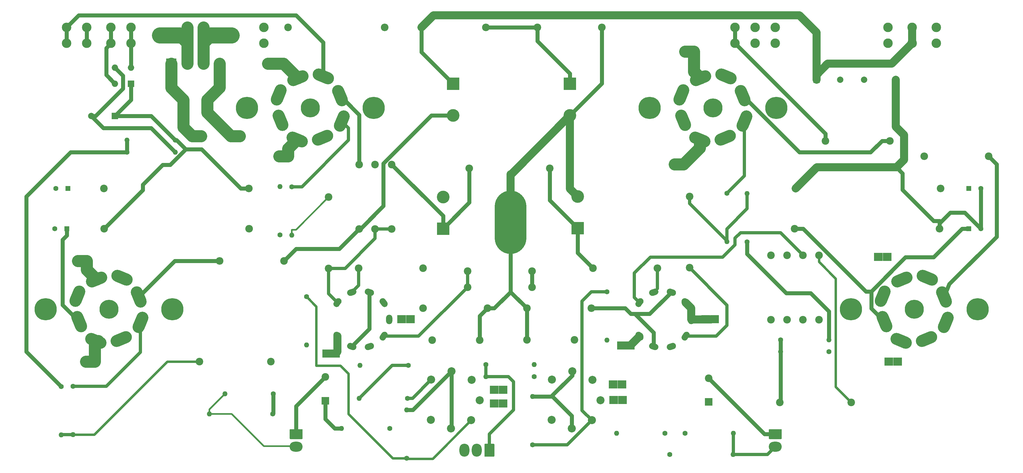
<source format=gbr>
G04 #@! TF.GenerationSoftware,KiCad,Pcbnew,(5.1.6)-1*
G04 #@! TF.CreationDate,2020-09-30T13:51:41+01:00*
G04 #@! TF.ProjectId,KIT88A,4b495438-3841-42e6-9b69-6361645f7063,rev?*
G04 #@! TF.SameCoordinates,Original*
G04 #@! TF.FileFunction,Copper,L2,Bot*
G04 #@! TF.FilePolarity,Positive*
%FSLAX46Y46*%
G04 Gerber Fmt 4.6, Leading zero omitted, Abs format (unit mm)*
G04 Created by KiCad (PCBNEW (5.1.6)-1) date 2020-09-30 13:51:41*
%MOMM*%
%LPD*%
G01*
G04 APERTURE LIST*
G04 #@! TA.AperFunction,ComponentPad*
%ADD10C,2.500000*%
G04 #@! TD*
G04 #@! TA.AperFunction,ComponentPad*
%ADD11O,10.000000X20.000000*%
G04 #@! TD*
G04 #@! TA.AperFunction,ComponentPad*
%ADD12R,2.800000X2.600000*%
G04 #@! TD*
G04 #@! TA.AperFunction,ComponentPad*
%ADD13C,2.400000*%
G04 #@! TD*
G04 #@! TA.AperFunction,ComponentPad*
%ADD14O,2.400000X2.400000*%
G04 #@! TD*
G04 #@! TA.AperFunction,ComponentPad*
%ADD15O,2.000000X3.000000*%
G04 #@! TD*
G04 #@! TA.AperFunction,ComponentPad*
%ADD16C,3.000000*%
G04 #@! TD*
G04 #@! TA.AperFunction,ComponentPad*
%ADD17C,2.540000*%
G04 #@! TD*
G04 #@! TA.AperFunction,ComponentPad*
%ADD18C,7.000000*%
G04 #@! TD*
G04 #@! TA.AperFunction,ComponentPad*
%ADD19C,6.000000*%
G04 #@! TD*
G04 #@! TA.AperFunction,ComponentPad*
%ADD20C,4.000000*%
G04 #@! TD*
G04 #@! TA.AperFunction,ComponentPad*
%ADD21R,4.000000X4.000000*%
G04 #@! TD*
G04 #@! TA.AperFunction,ComponentPad*
%ADD22R,2.400000X2.400000*%
G04 #@! TD*
G04 #@! TA.AperFunction,ComponentPad*
%ADD23R,2.000000X2.000000*%
G04 #@! TD*
G04 #@! TA.AperFunction,ComponentPad*
%ADD24C,2.000000*%
G04 #@! TD*
G04 #@! TA.AperFunction,ComponentPad*
%ADD25R,1.600000X1.600000*%
G04 #@! TD*
G04 #@! TA.AperFunction,ComponentPad*
%ADD26C,1.600000*%
G04 #@! TD*
G04 #@! TA.AperFunction,ComponentPad*
%ADD27O,1.600000X1.600000*%
G04 #@! TD*
G04 #@! TA.AperFunction,ComponentPad*
%ADD28O,4.100000X3.160000*%
G04 #@! TD*
G04 #@! TA.AperFunction,ComponentPad*
%ADD29O,3.160000X4.100000*%
G04 #@! TD*
G04 #@! TA.AperFunction,ComponentPad*
%ADD30O,2.000000X2.000000*%
G04 #@! TD*
G04 #@! TA.AperFunction,ComponentPad*
%ADD31C,3.200001*%
G04 #@! TD*
G04 #@! TA.AperFunction,ComponentPad*
%ADD32C,3.200000*%
G04 #@! TD*
G04 #@! TA.AperFunction,ComponentPad*
%ADD33R,3.200000X3.200000*%
G04 #@! TD*
G04 #@! TA.AperFunction,Conductor*
%ADD34C,1.270000*%
G04 #@! TD*
G04 #@! TA.AperFunction,Conductor*
%ADD35C,2.540000*%
G04 #@! TD*
G04 #@! TA.AperFunction,Conductor*
%ADD36C,3.810000*%
G04 #@! TD*
G04 #@! TA.AperFunction,Conductor*
%ADD37C,5.080000*%
G04 #@! TD*
G04 #@! TA.AperFunction,Conductor*
%ADD38C,1.016000*%
G04 #@! TD*
G04 #@! TA.AperFunction,Conductor*
%ADD39C,0.508000*%
G04 #@! TD*
G04 #@! TA.AperFunction,Conductor*
%ADD40C,0.762000*%
G04 #@! TD*
G04 APERTURE END LIST*
D10*
X174295000Y-171704000D03*
X174295000Y-168910000D03*
D11*
X174295000Y-163068000D03*
D10*
X174295000Y-165862000D03*
X174295000Y-160274000D03*
X174295000Y-157480000D03*
X174295000Y-154686000D03*
D12*
X232156000Y-109220000D03*
X229362000Y-109220000D03*
X101346000Y-142240000D03*
X104140000Y-142240000D03*
X100584000Y-113030000D03*
X97790000Y-113030000D03*
X226060000Y-144780000D03*
X228854000Y-144780000D03*
X40386000Y-207010000D03*
X43180000Y-207010000D03*
X40640000Y-175260000D03*
X37846000Y-175260000D03*
X293624000Y-207010000D03*
X296418000Y-207010000D03*
X293116000Y-173990000D03*
X290322000Y-173990000D03*
X119126000Y-204470000D03*
X116332000Y-204470000D03*
X139929000Y-193650000D03*
X142723000Y-193650000D03*
X209296000Y-201930000D03*
X212090000Y-201930000D03*
X235839000Y-193650000D03*
X238633000Y-193650000D03*
X206794000Y-219100000D03*
X209588000Y-219100000D03*
X206616000Y-214211000D03*
X209410000Y-214211000D03*
X73914000Y-135890000D03*
X76708000Y-135890000D03*
X86106000Y-135890000D03*
X88900000Y-135890000D03*
X169100000Y-220167000D03*
X171894000Y-220167000D03*
X169100000Y-215900000D03*
X171894000Y-215900000D03*
D13*
X104127000Y-101600000D03*
D14*
X134607000Y-101600000D03*
G04 #@! TA.AperFunction,ComponentPad*
G36*
G01*
X120822910Y-188568277D02*
X120235124Y-189377293D01*
G75*
G02*
X118838322Y-189598525I-809017J587785D01*
G01*
X118838322Y-189598525D01*
G75*
G02*
X118617090Y-188201723I587785J809017D01*
G01*
X119204876Y-187392707D01*
G75*
G02*
X120601678Y-187171475I809017J-587785D01*
G01*
X120601678Y-187171475D01*
G75*
G02*
X120822910Y-188568277I-587785J-809017D01*
G01*
G37*
G04 #@! TD.AperFunction*
G04 #@! TA.AperFunction,ComponentPad*
G36*
G01*
X125004545Y-185911548D02*
X124053489Y-186220565D01*
G75*
G02*
X122793415Y-185578525I-309017J951057D01*
G01*
X122793415Y-185578525D01*
G75*
G02*
X123435455Y-184318451I951057J309017D01*
G01*
X124386511Y-184009435D01*
G75*
G02*
X125646585Y-184651475I309017J-951057D01*
G01*
X125646585Y-184651475D01*
G75*
G02*
X125004545Y-185911549I-951057J-309017D01*
G01*
G37*
G04 #@! TD.AperFunction*
G04 #@! TA.AperFunction,ComponentPad*
G36*
G01*
X129946511Y-186220565D02*
X128995455Y-185911549D01*
G75*
G02*
X128353415Y-184651475I309017J951057D01*
G01*
X128353415Y-184651475D01*
G75*
G02*
X129613489Y-184009435I951057J-309017D01*
G01*
X130564545Y-184318451D01*
G75*
G02*
X131206585Y-185578525I-309017J-951057D01*
G01*
X131206585Y-185578525D01*
G75*
G02*
X129946511Y-186220565I-951057J309017D01*
G01*
G37*
G04 #@! TD.AperFunction*
G04 #@! TA.AperFunction,ComponentPad*
G36*
G01*
X133764876Y-189377294D02*
X133177090Y-188568277D01*
G75*
G02*
X133398322Y-187171475I809017J587785D01*
G01*
X133398322Y-187171475D01*
G75*
G02*
X134795124Y-187392707I587785J-809017D01*
G01*
X135382910Y-188201723D01*
G75*
G02*
X135161678Y-189598525I-809017J-587785D01*
G01*
X135161678Y-189598525D01*
G75*
G02*
X133764876Y-189377293I-587785J809017D01*
G01*
G37*
G04 #@! TD.AperFunction*
D15*
X136000000Y-193675000D03*
G04 #@! TA.AperFunction,ComponentPad*
G36*
G01*
X135382910Y-199148277D02*
X134795124Y-199957293D01*
G75*
G02*
X133398322Y-200178525I-809017J587785D01*
G01*
X133398322Y-200178525D01*
G75*
G02*
X133177090Y-198781723I587785J809017D01*
G01*
X133764876Y-197972707D01*
G75*
G02*
X135161678Y-197751475I809017J-587785D01*
G01*
X135161678Y-197751475D01*
G75*
G02*
X135382910Y-199148277I-587785J-809017D01*
G01*
G37*
G04 #@! TD.AperFunction*
G04 #@! TA.AperFunction,ComponentPad*
G36*
G01*
X130564545Y-203031548D02*
X129613489Y-203340565D01*
G75*
G02*
X128353415Y-202698525I-309017J951057D01*
G01*
X128353415Y-202698525D01*
G75*
G02*
X128995455Y-201438451I951057J309017D01*
G01*
X129946511Y-201129435D01*
G75*
G02*
X131206585Y-201771475I309017J-951057D01*
G01*
X131206585Y-201771475D01*
G75*
G02*
X130564545Y-203031549I-951057J-309017D01*
G01*
G37*
G04 #@! TD.AperFunction*
G04 #@! TA.AperFunction,ComponentPad*
G36*
G01*
X124386511Y-203340565D02*
X123435455Y-203031549D01*
G75*
G02*
X122793415Y-201771475I309017J951057D01*
G01*
X122793415Y-201771475D01*
G75*
G02*
X124053489Y-201129435I951057J-309017D01*
G01*
X125004545Y-201438451D01*
G75*
G02*
X125646585Y-202698525I-309017J-951057D01*
G01*
X125646585Y-202698525D01*
G75*
G02*
X124386511Y-203340565I-951057J309017D01*
G01*
G37*
G04 #@! TD.AperFunction*
G04 #@! TA.AperFunction,ComponentPad*
G36*
G01*
X119204876Y-199957294D02*
X118617090Y-199148277D01*
G75*
G02*
X118838322Y-197751475I809017J587785D01*
G01*
X118838322Y-197751475D01*
G75*
G02*
X120235124Y-197972707I587785J-809017D01*
G01*
X120822910Y-198781723D01*
G75*
G02*
X120601678Y-200178525I-809017J-587785D01*
G01*
X120601678Y-200178525D01*
G75*
G02*
X119204876Y-199957293I-587785J809017D01*
G01*
G37*
G04 #@! TD.AperFunction*
D16*
X257810000Y-106600000D03*
X257810000Y-101600000D03*
X308610000Y-106600000D03*
X308610000Y-101600000D03*
X40640000Y-106600000D03*
X40640000Y-101600000D03*
X48260000Y-106600000D03*
X48260000Y-101600000D03*
X34290000Y-106600000D03*
X34290000Y-101600000D03*
X96520000Y-106600000D03*
X96520000Y-101600000D03*
X300990000Y-106600000D03*
X300990000Y-101600000D03*
X245110000Y-106600000D03*
X245110000Y-101600000D03*
X251460000Y-106600000D03*
X251460000Y-101600000D03*
X293370000Y-106600000D03*
X293370000Y-101600000D03*
X54610000Y-106600000D03*
X54610000Y-101600000D03*
D17*
X149158749Y-225377493D03*
X155498468Y-228068545D03*
X161877493Y-225491251D03*
X164568545Y-219151532D03*
X161991251Y-212772507D03*
X155651532Y-210081455D03*
X149272507Y-212658749D03*
X187258749Y-225377493D03*
X193598468Y-228068545D03*
X199977493Y-225491251D03*
X202668545Y-219151532D03*
X200091251Y-212772507D03*
X193751532Y-210081455D03*
X187372507Y-212658749D03*
G04 #@! TA.AperFunction,ComponentPad*
G36*
G01*
X216072910Y-188568277D02*
X215485124Y-189377293D01*
G75*
G02*
X214088322Y-189598525I-809017J587785D01*
G01*
X214088322Y-189598525D01*
G75*
G02*
X213867090Y-188201723I587785J809017D01*
G01*
X214454876Y-187392707D01*
G75*
G02*
X215851678Y-187171475I809017J-587785D01*
G01*
X215851678Y-187171475D01*
G75*
G02*
X216072910Y-188568277I-587785J-809017D01*
G01*
G37*
G04 #@! TD.AperFunction*
G04 #@! TA.AperFunction,ComponentPad*
G36*
G01*
X220254545Y-185911548D02*
X219303489Y-186220565D01*
G75*
G02*
X218043415Y-185578525I-309017J951057D01*
G01*
X218043415Y-185578525D01*
G75*
G02*
X218685455Y-184318451I951057J309017D01*
G01*
X219636511Y-184009435D01*
G75*
G02*
X220896585Y-184651475I309017J-951057D01*
G01*
X220896585Y-184651475D01*
G75*
G02*
X220254545Y-185911549I-951057J-309017D01*
G01*
G37*
G04 #@! TD.AperFunction*
G04 #@! TA.AperFunction,ComponentPad*
G36*
G01*
X225196511Y-186220565D02*
X224245455Y-185911549D01*
G75*
G02*
X223603415Y-184651475I309017J951057D01*
G01*
X223603415Y-184651475D01*
G75*
G02*
X224863489Y-184009435I951057J-309017D01*
G01*
X225814545Y-184318451D01*
G75*
G02*
X226456585Y-185578525I-309017J-951057D01*
G01*
X226456585Y-185578525D01*
G75*
G02*
X225196511Y-186220565I-951057J309017D01*
G01*
G37*
G04 #@! TD.AperFunction*
G04 #@! TA.AperFunction,ComponentPad*
G36*
G01*
X229014876Y-189377294D02*
X228427090Y-188568277D01*
G75*
G02*
X228648322Y-187171475I809017J587785D01*
G01*
X228648322Y-187171475D01*
G75*
G02*
X230045124Y-187392707I587785J-809017D01*
G01*
X230632910Y-188201723D01*
G75*
G02*
X230411678Y-189598525I-809017J-587785D01*
G01*
X230411678Y-189598525D01*
G75*
G02*
X229014876Y-189377293I-587785J809017D01*
G01*
G37*
G04 #@! TD.AperFunction*
D15*
X231250000Y-193675000D03*
G04 #@! TA.AperFunction,ComponentPad*
G36*
G01*
X230632910Y-199148277D02*
X230045124Y-199957293D01*
G75*
G02*
X228648322Y-200178525I-809017J587785D01*
G01*
X228648322Y-200178525D01*
G75*
G02*
X228427090Y-198781723I587785J809017D01*
G01*
X229014876Y-197972707D01*
G75*
G02*
X230411678Y-197751475I809017J-587785D01*
G01*
X230411678Y-197751475D01*
G75*
G02*
X230632910Y-199148277I-587785J-809017D01*
G01*
G37*
G04 #@! TD.AperFunction*
G04 #@! TA.AperFunction,ComponentPad*
G36*
G01*
X225814545Y-203031548D02*
X224863489Y-203340565D01*
G75*
G02*
X223603415Y-202698525I-309017J951057D01*
G01*
X223603415Y-202698525D01*
G75*
G02*
X224245455Y-201438451I951057J309017D01*
G01*
X225196511Y-201129435D01*
G75*
G02*
X226456585Y-201771475I309017J-951057D01*
G01*
X226456585Y-201771475D01*
G75*
G02*
X225814545Y-203031549I-951057J-309017D01*
G01*
G37*
G04 #@! TD.AperFunction*
G04 #@! TA.AperFunction,ComponentPad*
G36*
G01*
X219636511Y-203340565D02*
X218685455Y-203031549D01*
G75*
G02*
X218043415Y-201771475I309017J951057D01*
G01*
X218043415Y-201771475D01*
G75*
G02*
X219303489Y-201129435I951057J-309017D01*
G01*
X220254545Y-201438451D01*
G75*
G02*
X220896585Y-202698525I-309017J-951057D01*
G01*
X220896585Y-202698525D01*
G75*
G02*
X219636511Y-203340565I-951057J309017D01*
G01*
G37*
G04 #@! TD.AperFunction*
G04 #@! TA.AperFunction,ComponentPad*
G36*
G01*
X214454876Y-199957294D02*
X213867090Y-199148277D01*
G75*
G02*
X214088322Y-197751475I809017J587785D01*
G01*
X214088322Y-197751475D01*
G75*
G02*
X215485124Y-197972707I587785J-809017D01*
G01*
X216072910Y-198781723D01*
G75*
G02*
X215851678Y-200178525I-809017J-587785D01*
G01*
X215851678Y-200178525D01*
G75*
G02*
X214454876Y-199957293I-587785J809017D01*
G01*
G37*
G04 #@! TD.AperFunction*
D18*
X258125000Y-127000000D03*
X218125000Y-127000000D03*
D19*
X238125000Y-127000000D03*
G04 #@! TA.AperFunction,ComponentPad*
G36*
G01*
X230077776Y-134121642D02*
X230077776Y-134121642D01*
G75*
G02*
X227595306Y-133093370I-727099J1755371D01*
G01*
X226370720Y-130136956D01*
G75*
G02*
X227398992Y-127654486I1755371J727099D01*
G01*
X227398992Y-127654486D01*
G75*
G02*
X229881462Y-128682758I727099J-1755371D01*
G01*
X231106048Y-131639172D01*
G75*
G02*
X230077776Y-134121642I-1755371J-727099D01*
G01*
G37*
G04 #@! TD.AperFunction*
G04 #@! TA.AperFunction,ComponentPad*
G36*
G01*
X237234664Y-138295402D02*
X237234664Y-138295402D01*
G75*
G02*
X234752194Y-139323674I-1755371J727099D01*
G01*
X231795780Y-138099088D01*
G75*
G02*
X230767508Y-135616618I727099J1755371D01*
G01*
X230767508Y-135616618D01*
G75*
G02*
X233249978Y-134588346I1755371J-727099D01*
G01*
X236206392Y-135812932D01*
G75*
G02*
X237234664Y-138295402I-727099J-1755371D01*
G01*
G37*
G04 #@! TD.AperFunction*
G04 #@! TA.AperFunction,ComponentPad*
G36*
G01*
X238779486Y-137726008D02*
X238779486Y-137726008D01*
G75*
G02*
X239807758Y-135243538I1755371J727099D01*
G01*
X242764172Y-134018952D01*
G75*
G02*
X245246642Y-135047224I727099J-1755371D01*
G01*
X245246642Y-135047224D01*
G75*
G02*
X244218370Y-137529694I-1755371J-727099D01*
G01*
X241261956Y-138754280D01*
G75*
G02*
X238779486Y-137726008I-727099J1755371D01*
G01*
G37*
G04 #@! TD.AperFunction*
G04 #@! TA.AperFunction,ComponentPad*
G36*
G01*
X246741618Y-134357492D02*
X246741618Y-134357492D01*
G75*
G02*
X245713346Y-131875022I727099J1755371D01*
G01*
X246937932Y-128918608D01*
G75*
G02*
X249420402Y-127890336I1755371J-727099D01*
G01*
X249420402Y-127890336D01*
G75*
G02*
X250448674Y-130372806I-727099J-1755371D01*
G01*
X249224088Y-133329220D01*
G75*
G02*
X246741618Y-134357492I-1755371J727099D01*
G01*
G37*
G04 #@! TD.AperFunction*
G04 #@! TA.AperFunction,ComponentPad*
G36*
G01*
X248851008Y-126345514D02*
X248851008Y-126345514D01*
G75*
G02*
X246368538Y-125317242I-727099J1755371D01*
G01*
X245143952Y-122360828D01*
G75*
G02*
X246172224Y-119878358I1755371J727099D01*
G01*
X246172224Y-119878358D01*
G75*
G02*
X248654694Y-120906630I727099J-1755371D01*
G01*
X249879280Y-123863044D01*
G75*
G02*
X248851008Y-126345514I-1755371J-727099D01*
G01*
G37*
G04 #@! TD.AperFunction*
G04 #@! TA.AperFunction,ComponentPad*
G36*
G01*
X239015336Y-115704598D02*
X239015336Y-115704598D01*
G75*
G02*
X241497806Y-114676326I1755371J-727099D01*
G01*
X244454220Y-115900912D01*
G75*
G02*
X245482492Y-118383382I-727099J-1755371D01*
G01*
X245482492Y-118383382D01*
G75*
G02*
X243000022Y-119411654I-1755371J727099D01*
G01*
X240043608Y-118187068D01*
G75*
G02*
X239015336Y-115704598I727099J1755371D01*
G01*
G37*
G04 #@! TD.AperFunction*
G04 #@! TA.AperFunction,ComponentPad*
G36*
G01*
X237470514Y-116273992D02*
X237470514Y-116273992D01*
G75*
G02*
X236442242Y-118756462I-1755371J-727099D01*
G01*
X233485828Y-119981048D01*
G75*
G02*
X231003358Y-118952776I-727099J1755371D01*
G01*
X231003358Y-118952776D01*
G75*
G02*
X232031630Y-116470306I1755371J727099D01*
G01*
X234988044Y-115245720D01*
G75*
G02*
X237470514Y-116273992I727099J-1755371D01*
G01*
G37*
G04 #@! TD.AperFunction*
G04 #@! TA.AperFunction,ComponentPad*
G36*
G01*
X226829598Y-126109664D02*
X226829598Y-126109664D01*
G75*
G02*
X225801326Y-123627194I727099J1755371D01*
G01*
X227025912Y-120670780D01*
G75*
G02*
X229508382Y-119642508I1755371J-727099D01*
G01*
X229508382Y-119642508D01*
G75*
G02*
X230536654Y-122124978I-727099J-1755371D01*
G01*
X229312068Y-125081392D01*
G75*
G02*
X226829598Y-126109664I-1755371J727099D01*
G01*
G37*
G04 #@! TD.AperFunction*
D18*
X321625000Y-190500000D03*
X281625000Y-190500000D03*
D19*
X301625000Y-190500000D03*
G04 #@! TA.AperFunction,ComponentPad*
G36*
G01*
X293577776Y-197621642D02*
X293577776Y-197621642D01*
G75*
G02*
X291095306Y-196593370I-727099J1755371D01*
G01*
X289870720Y-193636956D01*
G75*
G02*
X290898992Y-191154486I1755371J727099D01*
G01*
X290898992Y-191154486D01*
G75*
G02*
X293381462Y-192182758I727099J-1755371D01*
G01*
X294606048Y-195139172D01*
G75*
G02*
X293577776Y-197621642I-1755371J-727099D01*
G01*
G37*
G04 #@! TD.AperFunction*
G04 #@! TA.AperFunction,ComponentPad*
G36*
G01*
X300734664Y-201795402D02*
X300734664Y-201795402D01*
G75*
G02*
X298252194Y-202823674I-1755371J727099D01*
G01*
X295295780Y-201599088D01*
G75*
G02*
X294267508Y-199116618I727099J1755371D01*
G01*
X294267508Y-199116618D01*
G75*
G02*
X296749978Y-198088346I1755371J-727099D01*
G01*
X299706392Y-199312932D01*
G75*
G02*
X300734664Y-201795402I-727099J-1755371D01*
G01*
G37*
G04 #@! TD.AperFunction*
G04 #@! TA.AperFunction,ComponentPad*
G36*
G01*
X302279486Y-201226008D02*
X302279486Y-201226008D01*
G75*
G02*
X303307758Y-198743538I1755371J727099D01*
G01*
X306264172Y-197518952D01*
G75*
G02*
X308746642Y-198547224I727099J-1755371D01*
G01*
X308746642Y-198547224D01*
G75*
G02*
X307718370Y-201029694I-1755371J-727099D01*
G01*
X304761956Y-202254280D01*
G75*
G02*
X302279486Y-201226008I-727099J1755371D01*
G01*
G37*
G04 #@! TD.AperFunction*
G04 #@! TA.AperFunction,ComponentPad*
G36*
G01*
X310241618Y-197857492D02*
X310241618Y-197857492D01*
G75*
G02*
X309213346Y-195375022I727099J1755371D01*
G01*
X310437932Y-192418608D01*
G75*
G02*
X312920402Y-191390336I1755371J-727099D01*
G01*
X312920402Y-191390336D01*
G75*
G02*
X313948674Y-193872806I-727099J-1755371D01*
G01*
X312724088Y-196829220D01*
G75*
G02*
X310241618Y-197857492I-1755371J727099D01*
G01*
G37*
G04 #@! TD.AperFunction*
G04 #@! TA.AperFunction,ComponentPad*
G36*
G01*
X312351008Y-189845514D02*
X312351008Y-189845514D01*
G75*
G02*
X309868538Y-188817242I-727099J1755371D01*
G01*
X308643952Y-185860828D01*
G75*
G02*
X309672224Y-183378358I1755371J727099D01*
G01*
X309672224Y-183378358D01*
G75*
G02*
X312154694Y-184406630I727099J-1755371D01*
G01*
X313379280Y-187363044D01*
G75*
G02*
X312351008Y-189845514I-1755371J-727099D01*
G01*
G37*
G04 #@! TD.AperFunction*
G04 #@! TA.AperFunction,ComponentPad*
G36*
G01*
X302515336Y-179204598D02*
X302515336Y-179204598D01*
G75*
G02*
X304997806Y-178176326I1755371J-727099D01*
G01*
X307954220Y-179400912D01*
G75*
G02*
X308982492Y-181883382I-727099J-1755371D01*
G01*
X308982492Y-181883382D01*
G75*
G02*
X306500022Y-182911654I-1755371J727099D01*
G01*
X303543608Y-181687068D01*
G75*
G02*
X302515336Y-179204598I727099J1755371D01*
G01*
G37*
G04 #@! TD.AperFunction*
G04 #@! TA.AperFunction,ComponentPad*
G36*
G01*
X300970514Y-179773992D02*
X300970514Y-179773992D01*
G75*
G02*
X299942242Y-182256462I-1755371J-727099D01*
G01*
X296985828Y-183481048D01*
G75*
G02*
X294503358Y-182452776I-727099J1755371D01*
G01*
X294503358Y-182452776D01*
G75*
G02*
X295531630Y-179970306I1755371J727099D01*
G01*
X298488044Y-178745720D01*
G75*
G02*
X300970514Y-179773992I727099J-1755371D01*
G01*
G37*
G04 #@! TD.AperFunction*
G04 #@! TA.AperFunction,ComponentPad*
G36*
G01*
X290329598Y-189609664D02*
X290329598Y-189609664D01*
G75*
G02*
X289301326Y-187127194I727099J1755371D01*
G01*
X290525912Y-184170780D01*
G75*
G02*
X293008382Y-183142508I1755371J-727099D01*
G01*
X293008382Y-183142508D01*
G75*
G02*
X294036654Y-185624978I-727099J-1755371D01*
G01*
X292812068Y-188581392D01*
G75*
G02*
X290329598Y-189609664I-1755371J727099D01*
G01*
G37*
G04 #@! TD.AperFunction*
D18*
X131125000Y-127000000D03*
X91125000Y-127000000D03*
D19*
X111125000Y-127000000D03*
G04 #@! TA.AperFunction,ComponentPad*
G36*
G01*
X103077776Y-134121642D02*
X103077776Y-134121642D01*
G75*
G02*
X100595306Y-133093370I-727099J1755371D01*
G01*
X99370720Y-130136956D01*
G75*
G02*
X100398992Y-127654486I1755371J727099D01*
G01*
X100398992Y-127654486D01*
G75*
G02*
X102881462Y-128682758I727099J-1755371D01*
G01*
X104106048Y-131639172D01*
G75*
G02*
X103077776Y-134121642I-1755371J-727099D01*
G01*
G37*
G04 #@! TD.AperFunction*
G04 #@! TA.AperFunction,ComponentPad*
G36*
G01*
X110234664Y-138295402D02*
X110234664Y-138295402D01*
G75*
G02*
X107752194Y-139323674I-1755371J727099D01*
G01*
X104795780Y-138099088D01*
G75*
G02*
X103767508Y-135616618I727099J1755371D01*
G01*
X103767508Y-135616618D01*
G75*
G02*
X106249978Y-134588346I1755371J-727099D01*
G01*
X109206392Y-135812932D01*
G75*
G02*
X110234664Y-138295402I-727099J-1755371D01*
G01*
G37*
G04 #@! TD.AperFunction*
G04 #@! TA.AperFunction,ComponentPad*
G36*
G01*
X111779486Y-137726008D02*
X111779486Y-137726008D01*
G75*
G02*
X112807758Y-135243538I1755371J727099D01*
G01*
X115764172Y-134018952D01*
G75*
G02*
X118246642Y-135047224I727099J-1755371D01*
G01*
X118246642Y-135047224D01*
G75*
G02*
X117218370Y-137529694I-1755371J-727099D01*
G01*
X114261956Y-138754280D01*
G75*
G02*
X111779486Y-137726008I-727099J1755371D01*
G01*
G37*
G04 #@! TD.AperFunction*
G04 #@! TA.AperFunction,ComponentPad*
G36*
G01*
X119741618Y-134357492D02*
X119741618Y-134357492D01*
G75*
G02*
X118713346Y-131875022I727099J1755371D01*
G01*
X119937932Y-128918608D01*
G75*
G02*
X122420402Y-127890336I1755371J-727099D01*
G01*
X122420402Y-127890336D01*
G75*
G02*
X123448674Y-130372806I-727099J-1755371D01*
G01*
X122224088Y-133329220D01*
G75*
G02*
X119741618Y-134357492I-1755371J727099D01*
G01*
G37*
G04 #@! TD.AperFunction*
G04 #@! TA.AperFunction,ComponentPad*
G36*
G01*
X121851008Y-126345514D02*
X121851008Y-126345514D01*
G75*
G02*
X119368538Y-125317242I-727099J1755371D01*
G01*
X118143952Y-122360828D01*
G75*
G02*
X119172224Y-119878358I1755371J727099D01*
G01*
X119172224Y-119878358D01*
G75*
G02*
X121654694Y-120906630I727099J-1755371D01*
G01*
X122879280Y-123863044D01*
G75*
G02*
X121851008Y-126345514I-1755371J-727099D01*
G01*
G37*
G04 #@! TD.AperFunction*
G04 #@! TA.AperFunction,ComponentPad*
G36*
G01*
X112015336Y-115704598D02*
X112015336Y-115704598D01*
G75*
G02*
X114497806Y-114676326I1755371J-727099D01*
G01*
X117454220Y-115900912D01*
G75*
G02*
X118482492Y-118383382I-727099J-1755371D01*
G01*
X118482492Y-118383382D01*
G75*
G02*
X116000022Y-119411654I-1755371J727099D01*
G01*
X113043608Y-118187068D01*
G75*
G02*
X112015336Y-115704598I727099J1755371D01*
G01*
G37*
G04 #@! TD.AperFunction*
G04 #@! TA.AperFunction,ComponentPad*
G36*
G01*
X110470514Y-116273992D02*
X110470514Y-116273992D01*
G75*
G02*
X109442242Y-118756462I-1755371J-727099D01*
G01*
X106485828Y-119981048D01*
G75*
G02*
X104003358Y-118952776I-727099J1755371D01*
G01*
X104003358Y-118952776D01*
G75*
G02*
X105031630Y-116470306I1755371J727099D01*
G01*
X107988044Y-115245720D01*
G75*
G02*
X110470514Y-116273992I727099J-1755371D01*
G01*
G37*
G04 #@! TD.AperFunction*
G04 #@! TA.AperFunction,ComponentPad*
G36*
G01*
X99829598Y-126109664D02*
X99829598Y-126109664D01*
G75*
G02*
X98801326Y-123627194I727099J1755371D01*
G01*
X100025912Y-120670780D01*
G75*
G02*
X102508382Y-119642508I1755371J-727099D01*
G01*
X102508382Y-119642508D01*
G75*
G02*
X103536654Y-122124978I-727099J-1755371D01*
G01*
X102312068Y-125081392D01*
G75*
G02*
X99829598Y-126109664I-1755371J727099D01*
G01*
G37*
G04 #@! TD.AperFunction*
D18*
X67625000Y-190500000D03*
X27625000Y-190500000D03*
D19*
X47625000Y-190500000D03*
G04 #@! TA.AperFunction,ComponentPad*
G36*
G01*
X39577776Y-197621642D02*
X39577776Y-197621642D01*
G75*
G02*
X37095306Y-196593370I-727099J1755371D01*
G01*
X35870720Y-193636956D01*
G75*
G02*
X36898992Y-191154486I1755371J727099D01*
G01*
X36898992Y-191154486D01*
G75*
G02*
X39381462Y-192182758I727099J-1755371D01*
G01*
X40606048Y-195139172D01*
G75*
G02*
X39577776Y-197621642I-1755371J-727099D01*
G01*
G37*
G04 #@! TD.AperFunction*
G04 #@! TA.AperFunction,ComponentPad*
G36*
G01*
X46734664Y-201795402D02*
X46734664Y-201795402D01*
G75*
G02*
X44252194Y-202823674I-1755371J727099D01*
G01*
X41295780Y-201599088D01*
G75*
G02*
X40267508Y-199116618I727099J1755371D01*
G01*
X40267508Y-199116618D01*
G75*
G02*
X42749978Y-198088346I1755371J-727099D01*
G01*
X45706392Y-199312932D01*
G75*
G02*
X46734664Y-201795402I-727099J-1755371D01*
G01*
G37*
G04 #@! TD.AperFunction*
G04 #@! TA.AperFunction,ComponentPad*
G36*
G01*
X48279486Y-201226008D02*
X48279486Y-201226008D01*
G75*
G02*
X49307758Y-198743538I1755371J727099D01*
G01*
X52264172Y-197518952D01*
G75*
G02*
X54746642Y-198547224I727099J-1755371D01*
G01*
X54746642Y-198547224D01*
G75*
G02*
X53718370Y-201029694I-1755371J-727099D01*
G01*
X50761956Y-202254280D01*
G75*
G02*
X48279486Y-201226008I-727099J1755371D01*
G01*
G37*
G04 #@! TD.AperFunction*
G04 #@! TA.AperFunction,ComponentPad*
G36*
G01*
X56241618Y-197857492D02*
X56241618Y-197857492D01*
G75*
G02*
X55213346Y-195375022I727099J1755371D01*
G01*
X56437932Y-192418608D01*
G75*
G02*
X58920402Y-191390336I1755371J-727099D01*
G01*
X58920402Y-191390336D01*
G75*
G02*
X59948674Y-193872806I-727099J-1755371D01*
G01*
X58724088Y-196829220D01*
G75*
G02*
X56241618Y-197857492I-1755371J727099D01*
G01*
G37*
G04 #@! TD.AperFunction*
G04 #@! TA.AperFunction,ComponentPad*
G36*
G01*
X58351008Y-189845514D02*
X58351008Y-189845514D01*
G75*
G02*
X55868538Y-188817242I-727099J1755371D01*
G01*
X54643952Y-185860828D01*
G75*
G02*
X55672224Y-183378358I1755371J727099D01*
G01*
X55672224Y-183378358D01*
G75*
G02*
X58154694Y-184406630I727099J-1755371D01*
G01*
X59379280Y-187363044D01*
G75*
G02*
X58351008Y-189845514I-1755371J-727099D01*
G01*
G37*
G04 #@! TD.AperFunction*
G04 #@! TA.AperFunction,ComponentPad*
G36*
G01*
X48515336Y-179204598D02*
X48515336Y-179204598D01*
G75*
G02*
X50997806Y-178176326I1755371J-727099D01*
G01*
X53954220Y-179400912D01*
G75*
G02*
X54982492Y-181883382I-727099J-1755371D01*
G01*
X54982492Y-181883382D01*
G75*
G02*
X52500022Y-182911654I-1755371J727099D01*
G01*
X49543608Y-181687068D01*
G75*
G02*
X48515336Y-179204598I727099J1755371D01*
G01*
G37*
G04 #@! TD.AperFunction*
G04 #@! TA.AperFunction,ComponentPad*
G36*
G01*
X46970514Y-179773992D02*
X46970514Y-179773992D01*
G75*
G02*
X45942242Y-182256462I-1755371J-727099D01*
G01*
X42985828Y-183481048D01*
G75*
G02*
X40503358Y-182452776I-727099J1755371D01*
G01*
X40503358Y-182452776D01*
G75*
G02*
X41531630Y-179970306I1755371J727099D01*
G01*
X44488044Y-178745720D01*
G75*
G02*
X46970514Y-179773992I727099J-1755371D01*
G01*
G37*
G04 #@! TD.AperFunction*
G04 #@! TA.AperFunction,ComponentPad*
G36*
G01*
X36329598Y-189609664D02*
X36329598Y-189609664D01*
G75*
G02*
X35301326Y-187127194I727099J1755371D01*
G01*
X36525912Y-184170780D01*
G75*
G02*
X39008382Y-183142508I1755371J-727099D01*
G01*
X39008382Y-183142508D01*
G75*
G02*
X40036654Y-185624978I-727099J-1755371D01*
G01*
X38812068Y-188581392D01*
G75*
G02*
X36329598Y-189609664I-1755371J727099D01*
G01*
G37*
G04 #@! TD.AperFunction*
D14*
X91719400Y-152400000D03*
D13*
X45999400Y-152400000D03*
X264261000Y-152400000D03*
D14*
X309981000Y-152400000D03*
D13*
X46126400Y-165100000D03*
D14*
X91846400Y-165100000D03*
X309575000Y-165100000D03*
D13*
X263855000Y-165100000D03*
D20*
X156210000Y-129380000D03*
D21*
X156210000Y-119380000D03*
X193040000Y-119380000D03*
D20*
X193040000Y-129380000D03*
D22*
X71120000Y-124460000D03*
D13*
X78620000Y-124460000D03*
D23*
X49530000Y-129540000D03*
D24*
X42030000Y-129540000D03*
D21*
X153035000Y-165062000D03*
D20*
X153035000Y-155062000D03*
X195491000Y-154884000D03*
D21*
X195491000Y-164884000D03*
D13*
X116916000Y-155105000D03*
X116916000Y-177605000D03*
X230759000Y-154902000D03*
X230759000Y-177402000D03*
D25*
X34721800Y-152400000D03*
D26*
X30921800Y-152400000D03*
X322621000Y-152400000D03*
D25*
X318821000Y-152400000D03*
D26*
X30566200Y-165100000D03*
D25*
X34366200Y-165100000D03*
X318821000Y-165100000D03*
D26*
X322621000Y-165100000D03*
D13*
X149606000Y-200203000D03*
X164606000Y-200203000D03*
X179437000Y-200101000D03*
X194437000Y-200101000D03*
X98700000Y-207010000D03*
X76200000Y-207010000D03*
X281707000Y-219837000D03*
X259207000Y-219837000D03*
D22*
X115913000Y-219342000D03*
D13*
X115913000Y-211842000D03*
X236792000Y-212223000D03*
D22*
X236792000Y-219723000D03*
D26*
X99326700Y-223495000D03*
D27*
X79326700Y-223495000D03*
X53340000Y-137160000D03*
D26*
X68580000Y-137160000D03*
X53340000Y-140970000D03*
D27*
X68580000Y-140970000D03*
D13*
X126556000Y-144843000D03*
D14*
X126556000Y-165163000D03*
D26*
X105283000Y-151841000D03*
D27*
X105283000Y-167081000D03*
X101549000Y-151828000D03*
D26*
X101549000Y-167068000D03*
D27*
X242519000Y-169189000D03*
D26*
X242519000Y-153949000D03*
D27*
X248920000Y-153962000D03*
D26*
X248920000Y-169202000D03*
D14*
X293916000Y-137401000D03*
D13*
X273596000Y-137401000D03*
D14*
X126365000Y-177508000D03*
D13*
X146685000Y-177508000D03*
D14*
X220599000Y-177508000D03*
D13*
X200279000Y-177508000D03*
D14*
X146723000Y-190170000D03*
D13*
X167043000Y-190170000D03*
D14*
X199784000Y-190170000D03*
D13*
X179464000Y-190170000D03*
D27*
X109957000Y-201778000D03*
D26*
X109957000Y-186538000D03*
X204737000Y-185014000D03*
D27*
X204737000Y-200254000D03*
D26*
X259461000Y-200114000D03*
D27*
X274701000Y-200114000D03*
X259474000Y-203873000D03*
D26*
X274714000Y-203873000D03*
X142075000Y-208166000D03*
D27*
X126835000Y-208166000D03*
D26*
X166522000Y-207912000D03*
D27*
X181762000Y-207912000D03*
D26*
X32562800Y-214833000D03*
D27*
X32562800Y-230073000D03*
X36322000Y-230060000D03*
D26*
X36322000Y-214820000D03*
D14*
X82550000Y-175260000D03*
D13*
X102870000Y-175260000D03*
X325120000Y-142240000D03*
D14*
X304800000Y-142240000D03*
D26*
X141833000Y-218567000D03*
D27*
X126593000Y-218567000D03*
X166510000Y-211696000D03*
D26*
X181750000Y-211696000D03*
D27*
X141567000Y-222263000D03*
D26*
X141567000Y-237503000D03*
X181254000Y-233274000D03*
D27*
X181254000Y-218034000D03*
X84213700Y-217170000D03*
D26*
X99453700Y-217170000D03*
X229298000Y-229591000D03*
D27*
X244538000Y-229591000D03*
D26*
X136233000Y-228105000D03*
D27*
X120993000Y-228105000D03*
X207747000Y-229578000D03*
D26*
X222987000Y-229578000D03*
D13*
X136817000Y-144831000D03*
D14*
X136817000Y-165151000D03*
X131585000Y-165151000D03*
D13*
X131585000Y-144831000D03*
X261493000Y-173444000D03*
D14*
X261493000Y-193764000D03*
D13*
X256438000Y-173444000D03*
D14*
X256438000Y-193764000D03*
D13*
X271590000Y-193764000D03*
D14*
X271590000Y-173444000D03*
D13*
X266535000Y-193764000D03*
D14*
X266535000Y-173444000D03*
D13*
X160718000Y-178473000D03*
D14*
X181038000Y-178473000D03*
X181038000Y-183528000D03*
D13*
X160718000Y-183528000D03*
X146228000Y-101600000D03*
D14*
X166548000Y-101600000D03*
X203124000Y-101600000D03*
D13*
X182804000Y-101600000D03*
D26*
X224511000Y-236309000D03*
D27*
X244511000Y-236309000D03*
G04 #@! TA.AperFunction,ComponentPad*
G36*
G01*
X104880000Y-228290000D02*
X108480000Y-228290000D01*
G75*
G02*
X108730000Y-228540000I0J-250000D01*
G01*
X108730000Y-231200000D01*
G75*
G02*
X108480000Y-231450000I-250000J0D01*
G01*
X104880000Y-231450000D01*
G75*
G02*
X104630000Y-231200000I0J250000D01*
G01*
X104630000Y-228540000D01*
G75*
G02*
X104880000Y-228290000I250000J0D01*
G01*
G37*
G04 #@! TD.AperFunction*
D28*
X106680000Y-233830000D03*
X257810000Y-233830000D03*
G04 #@! TA.AperFunction,ComponentPad*
G36*
G01*
X256010000Y-228290000D02*
X259610000Y-228290000D01*
G75*
G02*
X259860000Y-228540000I0J-250000D01*
G01*
X259860000Y-231200000D01*
G75*
G02*
X259610000Y-231450000I-250000J0D01*
G01*
X256010000Y-231450000D01*
G75*
G02*
X255760000Y-231200000I0J250000D01*
G01*
X255760000Y-228540000D01*
G75*
G02*
X256010000Y-228290000I250000J0D01*
G01*
G37*
G04 #@! TD.AperFunction*
G04 #@! TA.AperFunction,ComponentPad*
G36*
G01*
X169220000Y-233150000D02*
X169220000Y-236750000D01*
G75*
G02*
X168970000Y-237000000I-250000J0D01*
G01*
X166310000Y-237000000D01*
G75*
G02*
X166060000Y-236750000I0J250000D01*
G01*
X166060000Y-233150000D01*
G75*
G02*
X166310000Y-232900000I250000J0D01*
G01*
X168970000Y-232900000D01*
G75*
G02*
X169220000Y-233150000I0J-250000D01*
G01*
G37*
G04 #@! TD.AperFunction*
D29*
X163680000Y-234950000D03*
X159720000Y-234950000D03*
D13*
X186690000Y-146050000D03*
D14*
X161290000Y-146050000D03*
D23*
X270815000Y-118059000D03*
D24*
X278315000Y-118059000D03*
X285815000Y-118059000D03*
X295815000Y-118059000D03*
D30*
X49530000Y-119380000D03*
X54610000Y-114300000D03*
X49530000Y-114300000D03*
D23*
X54610000Y-119380000D03*
D31*
X82550000Y-113030000D03*
X77470000Y-113030000D03*
D32*
X72390000Y-113030000D03*
D33*
X67310000Y-113030000D03*
D16*
X77470000Y-101600000D03*
X77470000Y-106600000D03*
X72390000Y-106600000D03*
X72390000Y-101600000D03*
D12*
X83566000Y-104140000D03*
X86360000Y-104140000D03*
X66548000Y-104140000D03*
X63754000Y-104140000D03*
D34*
X71898000Y-140041200D02*
X69016800Y-137160000D01*
X69016800Y-137160000D02*
X68580000Y-137160000D01*
X167043000Y-190170000D02*
X169153000Y-190170000D01*
X169153000Y-190170000D02*
X174295000Y-185028000D01*
X164606000Y-200203000D02*
X164606000Y-192607000D01*
X164606000Y-192607000D02*
X167043000Y-190170000D01*
X174295000Y-185028000D02*
X179437000Y-190170000D01*
X174295000Y-166764000D02*
X174295000Y-185028000D01*
X179437000Y-190170000D02*
X179464000Y-190170000D01*
X179437000Y-190170000D02*
X179437000Y-200101000D01*
X174295000Y-164224000D02*
X174295000Y-166764000D01*
X174295000Y-161938000D02*
X174295000Y-164224000D01*
D35*
X174546000Y-147874000D02*
X193040000Y-129380000D01*
X174295000Y-159144000D02*
X174295000Y-147874000D01*
D34*
X174295000Y-161938000D02*
X174295000Y-159144000D01*
X317541000Y-160020000D02*
X322621000Y-165100000D01*
X309575000Y-163401400D02*
X309575000Y-162630000D01*
X309575000Y-165100000D02*
X309575000Y-163401400D01*
X296029000Y-145721100D02*
X297954500Y-147646600D01*
X297954500Y-147646600D02*
X297954500Y-152846600D01*
X297954500Y-152846600D02*
X307737900Y-162630000D01*
X307737900Y-162630000D02*
X309575000Y-162630000D01*
D35*
X264261000Y-152400000D02*
X270939900Y-145721100D01*
X270939900Y-145721100D02*
X296029000Y-145721100D01*
D34*
X71898000Y-140041200D02*
X76890600Y-140041200D01*
X76890600Y-140041200D02*
X89249400Y-152400000D01*
X46126400Y-165100000D02*
X58351800Y-152874600D01*
X58351800Y-152874600D02*
X58351800Y-151178000D01*
X58351800Y-151178000D02*
X64558500Y-144971300D01*
X64558500Y-144971300D02*
X66967900Y-144971300D01*
X66967900Y-144971300D02*
X71898000Y-140041200D01*
X91719400Y-152400000D02*
X89249400Y-152400000D01*
X203124000Y-101600000D02*
X203124000Y-119296000D01*
X203124000Y-119296000D02*
X193040000Y-129380000D01*
X309575000Y-163401400D02*
X312956400Y-160020000D01*
X312956400Y-160020000D02*
X317541000Y-160020000D01*
D35*
X193040000Y-152433000D02*
X195491000Y-154884000D01*
X193040000Y-129380000D02*
X193040000Y-152433000D01*
D34*
X254439000Y-229870000D02*
X236792000Y-212223000D01*
X257810000Y-229870000D02*
X254439000Y-229870000D01*
X106680000Y-221075000D02*
X106680000Y-229870000D01*
X115913000Y-211842000D02*
X106680000Y-221075000D01*
X322621000Y-152400000D02*
X322621000Y-165100000D01*
D35*
X296029000Y-145721100D02*
X298450000Y-143300100D01*
X298450000Y-143300100D02*
X298450000Y-135534000D01*
X295815000Y-132899000D02*
X298450000Y-135534000D01*
X295815000Y-118059000D02*
X295815000Y-132899000D01*
D34*
X54610000Y-124460000D02*
X49530000Y-129540000D01*
X54610000Y-119380000D02*
X54610000Y-124460000D01*
X60960000Y-129540000D02*
X68580000Y-137160000D01*
X49530000Y-129540000D02*
X60960000Y-129540000D01*
D35*
X300990000Y-101600000D02*
X300990000Y-106600000D01*
X274320000Y-113030000D02*
X294560000Y-113030000D01*
X294560000Y-113030000D02*
X300990000Y-106600000D01*
D34*
X270815000Y-118059000D02*
X270815000Y-116535000D01*
D35*
X270815000Y-116535000D02*
X274320000Y-113030000D01*
D34*
X146228000Y-109398000D02*
X156210000Y-119380000D01*
X146228000Y-101600000D02*
X146228000Y-109398000D01*
D35*
X146228000Y-101600000D02*
X150038000Y-97790000D01*
X150038000Y-97790000D02*
X265430000Y-97790000D01*
X270815000Y-103175000D02*
X270815000Y-118059000D01*
X265430000Y-97790000D02*
X270815000Y-103175000D01*
D34*
X53340000Y-140970000D02*
X53340000Y-137160000D01*
X35560000Y-140970000D02*
X53340000Y-140970000D01*
X35560000Y-140970000D02*
X21590000Y-154940000D01*
X21590000Y-203860200D02*
X32562800Y-214833000D01*
X21590000Y-154940000D02*
X21590000Y-203860200D01*
X274701000Y-191122500D02*
X274701000Y-200114000D01*
X268998500Y-185420000D02*
X274701000Y-191122500D01*
X261282722Y-185420000D02*
X268998500Y-185420000D01*
X248920000Y-169202000D02*
X248920000Y-173057278D01*
X248920000Y-173057278D02*
X261282722Y-185420000D01*
X182804000Y-101600000D02*
X166548000Y-101600000D01*
X182804000Y-101600000D02*
X182804000Y-105874000D01*
X182804000Y-105874000D02*
X193040000Y-116110000D01*
X245110000Y-101600000D02*
X245110000Y-106600000D01*
X126556000Y-165163000D02*
X126937000Y-165163000D01*
X273596000Y-137401000D02*
X273596000Y-135086000D01*
X273596000Y-135086000D02*
X245110000Y-106600000D01*
X193040000Y-119380000D02*
X193040000Y-116110000D01*
X134201000Y-157899000D02*
X126937000Y-165163000D01*
X134201000Y-144472800D02*
X134201000Y-157899000D01*
X156210000Y-129380000D02*
X149293800Y-129380000D01*
X149293800Y-129380000D02*
X134201000Y-144472800D01*
X120269000Y-171450000D02*
X126556000Y-165163000D01*
X102870000Y-175260000D02*
X106680000Y-171450000D01*
X106680000Y-171450000D02*
X120269000Y-171450000D01*
X136817000Y-144831000D02*
X153035000Y-161049000D01*
X153035000Y-161049000D02*
X153035000Y-165062000D01*
X181038000Y-183528000D02*
X181038000Y-178473000D01*
X161290000Y-156807000D02*
X153035000Y-165062000D01*
X161290000Y-146050000D02*
X161290000Y-156807000D01*
X200279000Y-177508000D02*
X195491000Y-172720000D01*
X195491000Y-172720000D02*
X195491000Y-164884000D01*
X186690000Y-156083000D02*
X195491000Y-164884000D01*
X186690000Y-146050000D02*
X186690000Y-156083000D01*
D36*
X72390000Y-101600000D02*
X72390000Y-106600000D01*
X69930000Y-104140000D02*
X72390000Y-106600000D01*
D37*
X66548000Y-104140000D02*
X69930000Y-104140000D01*
D36*
X72390000Y-106600000D02*
X72390000Y-113030000D01*
D37*
X66548000Y-104140000D02*
X63754000Y-104140000D01*
D36*
X77470000Y-101600000D02*
X77470000Y-106600000D01*
X79930000Y-104140000D02*
X77470000Y-106600000D01*
D37*
X83566000Y-104140000D02*
X79930000Y-104140000D01*
D36*
X77470000Y-106600000D02*
X77470000Y-113030000D01*
D37*
X83566000Y-104140000D02*
X86360000Y-104140000D01*
D34*
X54610000Y-101600000D02*
X54610000Y-106600000D01*
X54610000Y-106600000D02*
X54610000Y-114300000D01*
X43444213Y-129540000D02*
X42030000Y-129540000D01*
X52070000Y-120914213D02*
X43444213Y-129540000D01*
X49530000Y-114300000D02*
X52070000Y-116840000D01*
X52070000Y-116840000D02*
X52070000Y-120914213D01*
X60960000Y-133350000D02*
X68580000Y-140970000D01*
X42030000Y-129540000D02*
X45840000Y-133350000D01*
X45840000Y-133350000D02*
X60960000Y-133350000D01*
X48260000Y-101600000D02*
X48260000Y-106600000D01*
X46760001Y-116610001D02*
X49530000Y-119380000D01*
X46760001Y-108099999D02*
X46760001Y-116610001D01*
X48260000Y-106600000D02*
X46760001Y-108099999D01*
D38*
X131585000Y-165151000D02*
X136817000Y-165151000D01*
X116916000Y-185581000D02*
X119720000Y-188385000D01*
X116916000Y-177605000D02*
X116916000Y-185581000D01*
D39*
X117221300Y-177605000D02*
X116916000Y-177605000D01*
D38*
X122115000Y-177605000D02*
X117221300Y-177605000D01*
X131585000Y-165151000D02*
X131585000Y-168135000D01*
X131585000Y-168135000D02*
X122115000Y-177605000D01*
D39*
X105283000Y-167081000D02*
X105283000Y-165392000D01*
X105283000Y-165392000D02*
X106629000Y-165392000D01*
X106629000Y-165392000D02*
X116916000Y-155105000D01*
D38*
X242570000Y-189213000D02*
X230759000Y-177402000D01*
X242570000Y-195580000D02*
X242570000Y-189213000D01*
X229530000Y-198965000D02*
X239185000Y-198965000D01*
X239185000Y-198965000D02*
X242570000Y-195580000D01*
D39*
X231389400Y-155532400D02*
X230759000Y-154902000D01*
D38*
X230759000Y-157099000D02*
X230759000Y-154902000D01*
X242519000Y-169189000D02*
X242519000Y-168859000D01*
X242519000Y-168859000D02*
X230759000Y-157099000D01*
X230759000Y-157099000D02*
X231140000Y-157480000D01*
X242519000Y-165151000D02*
X242519000Y-169189000D01*
X248920000Y-153962000D02*
X248920000Y-158750000D01*
X248920000Y-158750000D02*
X242519000Y-165151000D01*
D34*
X33020000Y-168516200D02*
X33020000Y-189169700D01*
X34366200Y-165100000D02*
X34366200Y-167170000D01*
X33020000Y-189169700D02*
X38238400Y-194388100D01*
X34366200Y-167170000D02*
X33020000Y-168516200D01*
X288073900Y-184918700D02*
X288073900Y-190223600D01*
X288073900Y-190223600D02*
X292238400Y-194388100D01*
X316751000Y-165100000D02*
X307751800Y-174099200D01*
X307751800Y-174099200D02*
X298893400Y-174099200D01*
X298893400Y-174099200D02*
X288073900Y-184918700D01*
X263855000Y-165100000D02*
X266598800Y-165100000D01*
X266598800Y-165100000D02*
X286417500Y-184918700D01*
X286417500Y-184918700D02*
X288073900Y-184918700D01*
X318821000Y-165100000D02*
X316751000Y-165100000D01*
D38*
X160718000Y-183528000D02*
X160718000Y-178473000D01*
X145281000Y-198965000D02*
X160718000Y-183528000D01*
X134280000Y-198965000D02*
X145281000Y-198965000D01*
D39*
X32562800Y-230073000D02*
X32817000Y-230073000D01*
X32575800Y-230060000D02*
X32562800Y-230073000D01*
D38*
X36322000Y-230060000D02*
X32575800Y-230060000D01*
D40*
X76200000Y-207010000D02*
X66040000Y-207010000D01*
X42990000Y-230060000D02*
X36322000Y-230060000D01*
X66040000Y-207010000D02*
X42990000Y-230060000D01*
D39*
X259474000Y-200127000D02*
X259461000Y-200114000D01*
D34*
X259474000Y-203873000D02*
X259474000Y-200127000D01*
D39*
X259474000Y-219570000D02*
X259207000Y-219837000D01*
D34*
X259474000Y-203873000D02*
X259474000Y-219570000D01*
D40*
X276860000Y-180803000D02*
X276860000Y-214990000D01*
X276860000Y-214990000D02*
X281707000Y-219837000D01*
X271590000Y-173444000D02*
X271590000Y-175533000D01*
X271590000Y-175533000D02*
X276860000Y-180803000D01*
D38*
X241196300Y-174045400D02*
X218384600Y-174045400D01*
X245110000Y-170131700D02*
X241196300Y-174045400D01*
X218384600Y-174045400D02*
X213360000Y-179070000D01*
X266535000Y-173409000D02*
X259496000Y-166370000D01*
X259496000Y-166370000D02*
X246828800Y-166370000D01*
D39*
X266535000Y-173444000D02*
X266535000Y-173409000D01*
D38*
X246828800Y-166370000D02*
X245110000Y-168088800D01*
X245110000Y-168088800D02*
X245110000Y-170131700D01*
X214970000Y-188385000D02*
X213360000Y-186775000D01*
X213360000Y-186775000D02*
X213360000Y-179070000D01*
D34*
X115913000Y-225133000D02*
X115913000Y-219342000D01*
X120993000Y-228105000D02*
X118885000Y-228105000D01*
X118885000Y-228105000D02*
X115913000Y-225133000D01*
X99453700Y-223368000D02*
X99326700Y-223495000D01*
X99453700Y-217170000D02*
X99453700Y-223368000D01*
D39*
X79326700Y-222057000D02*
X84213700Y-217170000D01*
X79326700Y-223495000D02*
X79326700Y-222057000D01*
X86335000Y-223495000D02*
X79326700Y-223495000D01*
X106680000Y-233830000D02*
X106530000Y-233680000D01*
X96520000Y-233680000D02*
X86335000Y-223495000D01*
X106530000Y-233680000D02*
X96520000Y-233680000D01*
X244538000Y-236282000D02*
X244511000Y-236309000D01*
D38*
X244538000Y-229591000D02*
X244538000Y-236282000D01*
X255331000Y-236309000D02*
X257810000Y-233830000D01*
X244511000Y-236309000D02*
X255331000Y-236309000D01*
D34*
X126556000Y-144843000D02*
X126556000Y-129156300D01*
X126556000Y-129156300D02*
X120511600Y-123111900D01*
D38*
X123190000Y-133350000D02*
X121081000Y-131241000D01*
D39*
X121081000Y-131241000D02*
X121081000Y-131123900D01*
D38*
X105283000Y-151841000D02*
X108509000Y-151841000D01*
X123190000Y-137160000D02*
X123190000Y-133350000D01*
X108509000Y-151841000D02*
X123190000Y-137160000D01*
X248081010Y-148386990D02*
X242519000Y-153949000D01*
X248081010Y-131123914D02*
X248081010Y-148386990D01*
D34*
X265369700Y-140970000D02*
X247511600Y-123111900D01*
X287877000Y-140970000D02*
X265369700Y-140970000D01*
X293916000Y-137401000D02*
X291446000Y-137401000D01*
X291446000Y-137401000D02*
X287877000Y-140970000D01*
D40*
X161877500Y-225491300D02*
X149759900Y-237608900D01*
X149759900Y-237608900D02*
X141672900Y-237608900D01*
D39*
X141672900Y-237608900D02*
X141567000Y-237503000D01*
D38*
X126365000Y-182970000D02*
X124220000Y-185115000D01*
X126365000Y-177508000D02*
X126365000Y-182970000D01*
D40*
X113030000Y-189611000D02*
X109957000Y-186538000D01*
X113030000Y-208280000D02*
X113030000Y-189611000D01*
X113030000Y-208280000D02*
X120650000Y-208280000D01*
X120650000Y-208280000D02*
X123190000Y-210820000D01*
X123190000Y-210820000D02*
X123190000Y-223520000D01*
X137173000Y-237503000D02*
X141567000Y-237503000D01*
X123190000Y-223520000D02*
X137173000Y-237503000D01*
D39*
X220599000Y-183986000D02*
X219470000Y-185115000D01*
D38*
X220599000Y-177508000D02*
X220599000Y-183986000D01*
X192194744Y-233274000D02*
X199977493Y-225491251D01*
X181254000Y-233274000D02*
X192194744Y-233274000D01*
X196850042Y-222363800D02*
X199977493Y-225491251D01*
D39*
X196850000Y-222363800D02*
X196850042Y-222363800D01*
D38*
X196850000Y-187960000D02*
X196850000Y-222363800D01*
X204737000Y-185014000D02*
X199796000Y-185014000D01*
X199796000Y-185014000D02*
X196850000Y-187960000D01*
D34*
X129780000Y-196675000D02*
X124220000Y-202235000D01*
X129780000Y-185115000D02*
X129780000Y-196675000D01*
X219470000Y-197880000D02*
X219470000Y-202235000D01*
X212277900Y-191957900D02*
X213547900Y-191957900D01*
X199784000Y-190170000D02*
X210490000Y-190170000D01*
X213547900Y-191957900D02*
X219470000Y-197880000D01*
X210490000Y-190170000D02*
X212277900Y-191957900D01*
X218187100Y-191957900D02*
X213547900Y-191957900D01*
X225030000Y-185115000D02*
X218187100Y-191957900D01*
D38*
X136994000Y-208166000D02*
X126593000Y-218567000D01*
X142075000Y-208166000D02*
X136994000Y-208166000D01*
D39*
X166522000Y-207912000D02*
X166510000Y-207924000D01*
D38*
X166510000Y-207924000D02*
X166510000Y-211696000D01*
X175260000Y-222250000D02*
X167640000Y-229870000D01*
X175260000Y-213360000D02*
X175260000Y-222250000D01*
X166510000Y-211696000D02*
X173596000Y-211696000D01*
X173596000Y-211696000D02*
X175260000Y-213360000D01*
X167640000Y-229870000D02*
X167640000Y-234950000D01*
X46800000Y-214820000D02*
X36322000Y-214820000D01*
X57581010Y-194623914D02*
X57581010Y-204038990D01*
X57581010Y-204038990D02*
X46800000Y-214820000D01*
D34*
X68363552Y-175260000D02*
X82550000Y-175260000D01*
X57011616Y-186611936D02*
X68363552Y-175260000D01*
X312686500Y-182568400D02*
X311011600Y-186611900D01*
X327660000Y-167594900D02*
X312686500Y-182568400D01*
X325120000Y-142240000D02*
X327660000Y-144780000D01*
X327660000Y-144780000D02*
X327660000Y-167594900D01*
D38*
X143364256Y-218567000D02*
X141833000Y-218567000D01*
X149272507Y-212658749D02*
X143364256Y-218567000D01*
D34*
X155651532Y-227915481D02*
X155498468Y-228068545D01*
X155651532Y-210081455D02*
X155651532Y-227915481D01*
X143469987Y-222263000D02*
X155651532Y-210081455D01*
X141567000Y-222263000D02*
X143469987Y-222263000D01*
X193751532Y-211378468D02*
X193751532Y-210081455D01*
X181254000Y-218034000D02*
X187096000Y-218034000D01*
X187096000Y-218034000D02*
X193751532Y-211378468D01*
X193598468Y-224078468D02*
X193598468Y-228068545D01*
X181254000Y-218034000D02*
X187554000Y-218034000D01*
X187554000Y-218034000D02*
X193598468Y-224078468D01*
X40640000Y-101600000D02*
X40640000Y-106600000D01*
X34290000Y-101600000D02*
X34290000Y-106600000D01*
X106680000Y-97790000D02*
X38100000Y-97790000D01*
X38100000Y-97790000D02*
X34290000Y-101600000D01*
X115248900Y-117044000D02*
X115248900Y-106358900D01*
X115248900Y-106358900D02*
X106680000Y-97790000D01*
D35*
X119720000Y-203876000D02*
X119126000Y-204470000D01*
X119720000Y-198965000D02*
X119720000Y-203876000D01*
X119126000Y-204470000D02*
X116332000Y-204470000D01*
X214970000Y-199050000D02*
X212090000Y-201930000D01*
D34*
X214970000Y-198965000D02*
X214970000Y-199050000D01*
D35*
X209296000Y-201930000D02*
X212090000Y-201930000D01*
X231250000Y-193675000D02*
X237592000Y-193675000D01*
X231250000Y-190105000D02*
X229530000Y-188385000D01*
X231250000Y-193675000D02*
X231250000Y-190105000D01*
D36*
X101346000Y-142240000D02*
X104140000Y-142240000D01*
X104140000Y-139817096D02*
X107001086Y-136956010D01*
X104140000Y-142240000D02*
X104140000Y-139817096D01*
X97790000Y-113030000D02*
X100584000Y-113030000D01*
X102653552Y-113030000D02*
X107236936Y-117613384D01*
X100584000Y-113030000D02*
X102653552Y-113030000D01*
X228854000Y-144780000D02*
X226060000Y-144780000D01*
X234001086Y-139632914D02*
X228854000Y-144780000D01*
X234001086Y-136956010D02*
X234001086Y-139632914D01*
X232156000Y-115532448D02*
X234236936Y-117613384D01*
X232156000Y-109220000D02*
X232156000Y-115532448D01*
X232156000Y-109220000D02*
X229362000Y-109220000D01*
D35*
X43501086Y-200456010D02*
X44246010Y-200456010D01*
D36*
X43180000Y-201522020D02*
X43180000Y-207010000D01*
X44246010Y-200456010D02*
X43180000Y-201522020D01*
X43180000Y-207010000D02*
X40386000Y-207010000D01*
X37846000Y-175260000D02*
X40640000Y-175260000D01*
X40640000Y-178016448D02*
X43736936Y-181113384D01*
X40640000Y-175260000D02*
X40640000Y-178016448D01*
X67310000Y-120650000D02*
X71120000Y-124460000D01*
X67310000Y-113030000D02*
X67310000Y-120650000D01*
X71120000Y-133096000D02*
X73914000Y-135890000D01*
X71120000Y-124460000D02*
X71120000Y-133096000D01*
X73914000Y-135890000D02*
X76708000Y-135890000D01*
X82550000Y-120530000D02*
X78620000Y-124460000D01*
X82550000Y-113030000D02*
X82550000Y-120530000D01*
X78620000Y-128404000D02*
X86106000Y-135890000D01*
X78620000Y-124460000D02*
X78620000Y-128404000D01*
X86106000Y-135890000D02*
X88900000Y-135890000D01*
M02*

</source>
